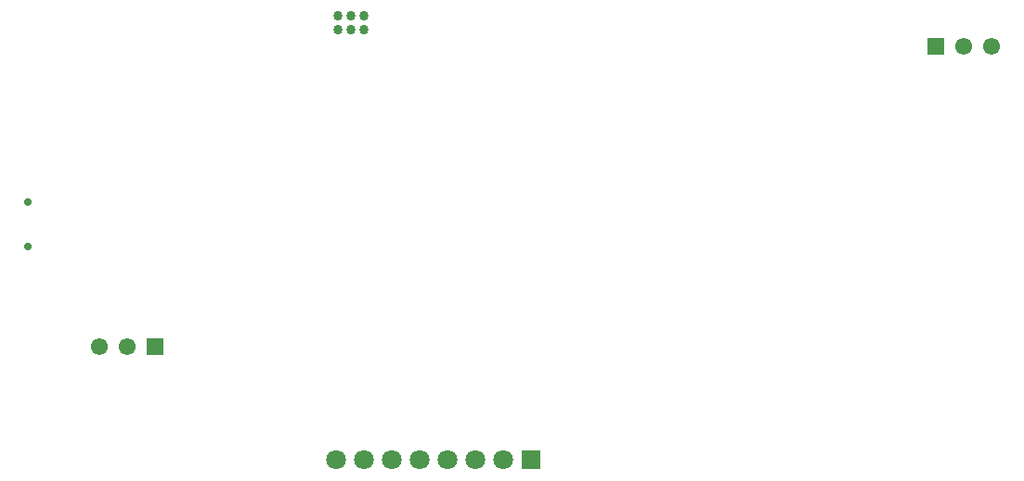
<source format=gbs>
G04*
G04 #@! TF.GenerationSoftware,Altium Limited,Altium Designer,23.5.1 (21)*
G04*
G04 Layer_Color=16711935*
%FSLAX44Y44*%
%MOMM*%
G71*
G04*
G04 #@! TF.SameCoordinates,9C90234E-4C54-4D27-9D2C-81E7689CD50F*
G04*
G04*
G04 #@! TF.FilePolarity,Negative*
G04*
G01*
G75*
%ADD70C,0.7032*%
%ADD71C,1.8032*%
%ADD72R,1.8032X1.8032*%
%ADD73C,1.5500*%
%ADD74R,1.5500X1.5500*%
%ADD87C,0.8632*%
D70*
X293521Y729620D02*
D03*
Y769620D02*
D03*
D71*
X574040Y534670D02*
D03*
X599440D02*
D03*
X650240D02*
D03*
X701040D02*
D03*
X726440D02*
D03*
X675640D02*
D03*
X624840D02*
D03*
D72*
X751840D02*
D03*
D73*
X1172210Y911860D02*
D03*
X1146810D02*
D03*
X358140Y637540D02*
D03*
X383540D02*
D03*
D74*
X1121410Y911860D02*
D03*
X408940Y637540D02*
D03*
D87*
X600010Y939800D02*
D03*
Y927800D02*
D03*
X588010Y939800D02*
D03*
Y927800D02*
D03*
X576010Y939800D02*
D03*
Y927800D02*
D03*
M02*

</source>
